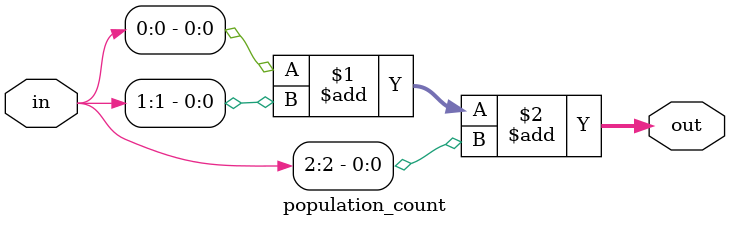
<source format=v>
module population_count( 
    input [2:0] in, 
    output [1:0] out  );
    assign out = in[0] + in[1] + in[2];
endmodule
</source>
